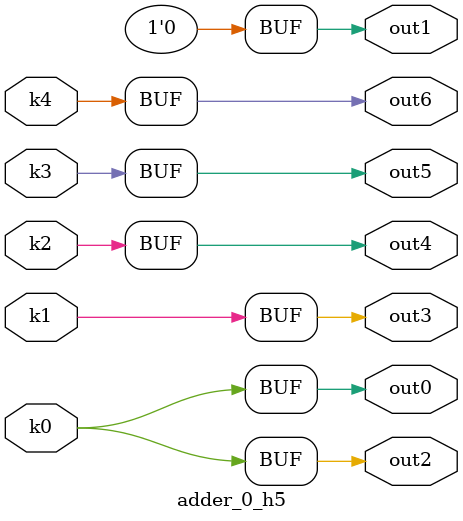
<source format=v>
module adder_0(pi00, pi01, pi02, pi03, pi04, pi05, pi06, pi07, pi08, pi09, pi10, po0, po1, po2, po3, po4, po5, po6);
input pi00, pi01, pi02, pi03, pi04, pi05, pi06, pi07, pi08, pi09, pi10;
output po0, po1, po2, po3, po4, po5, po6;
wire k0, k1, k2, k3, k4;
adder_0_w5 DUT1 (pi00, pi01, pi02, pi03, pi04, pi05, pi06, pi07, pi08, pi09, pi10, k0, k1, k2, k3, k4);
adder_0_h5 DUT2 (k0, k1, k2, k3, k4, po0, po1, po2, po3, po4, po5, po6);
endmodule

module adder_0_w5(in10, in9, in8, in7, in6, in5, in4, in3, in2, in1, in0, k4, k3, k2, k1, k0);
input in10, in9, in8, in7, in6, in5, in4, in3, in2, in1, in0;
output k4, k3, k2, k1, k0;
assign k0 =   ((in6 ^ in2) & (((in7 | in3) & (((in9 | in5) & ((~in0 & ((in10 & (in4 | in8)) | (in1 & in8))) | (in1 & in4))) | (in4 & (in8 | (in9 & in5))) | (in9 & in5 & in8))) | (in7 & in3))) | ((~in6 ^ in2) & ((~in7 & ~in3) | ((~in7 | ~in3) & (((~in9 | ~in5) & ((~in1 & ((~in10 & (~in4 | ~in8)) | (in0 & ~in8))) | (in0 & ~in4))) | (~in4 & (~in8 | (~in9 & ~in5))) | (~in9 & ~in5 & ~in8)))));
assign k1 =   ((in7 ^ in3) & (((in9 | in5) & ((~in0 & ((in10 & (in4 | in8)) | (in1 & in8))) | (in1 & in4))) | (in4 & (in8 | (in9 & in5))) | (in9 & in5 & in8))) | ((~in7 ^ in3) & (((~in9 | ~in5) & ((~in1 & ((~in10 & (~in4 | ~in8)) | (in0 & ~in8))) | (in0 & ~in4))) | (~in4 & (~in8 | (~in9 & ~in5))) | (~in9 & ~in5 & ~in8)));
assign k2 =   ((in4 ^ in8) & ((in10 & ~in0 & (in9 | in5)) | (in9 & in5))) | (in1 & (in9 | in5) & ((in4 & ~in8) | (~in0 & ~in4 & in8))) | ((~in4 ^ in8) & ((~in9 & ~in5) | (~in10 & ~in1 & (~in9 | ~in5)))) | (in0 & (~in9 | ~in5) & ((~in4 & ~in8) | (~in1 & in4 & in8)));
assign k3 =   (~in0 & (in9 ^ in5) & (in10 | in1)) | (~in1 & (~in9 ^ in5) & (~in10 | in0));
assign k4 =   (~in10 & (in1 | in0)) | (~in1 & ~in0 & in10);
endmodule

module adder_0_h5(k4, k3, k2, k1, k0, out6, out5, out4, out3, out2, out1, out0);
input k4, k3, k2, k1, k0;
output out6, out5, out4, out3, out2, out1, out0;
assign out0 = k0;
assign out1 = 0;
assign out2 = k0;
assign out3 = k1;
assign out4 = k2;
assign out5 = k3;
assign out6 = k4;
endmodule

</source>
